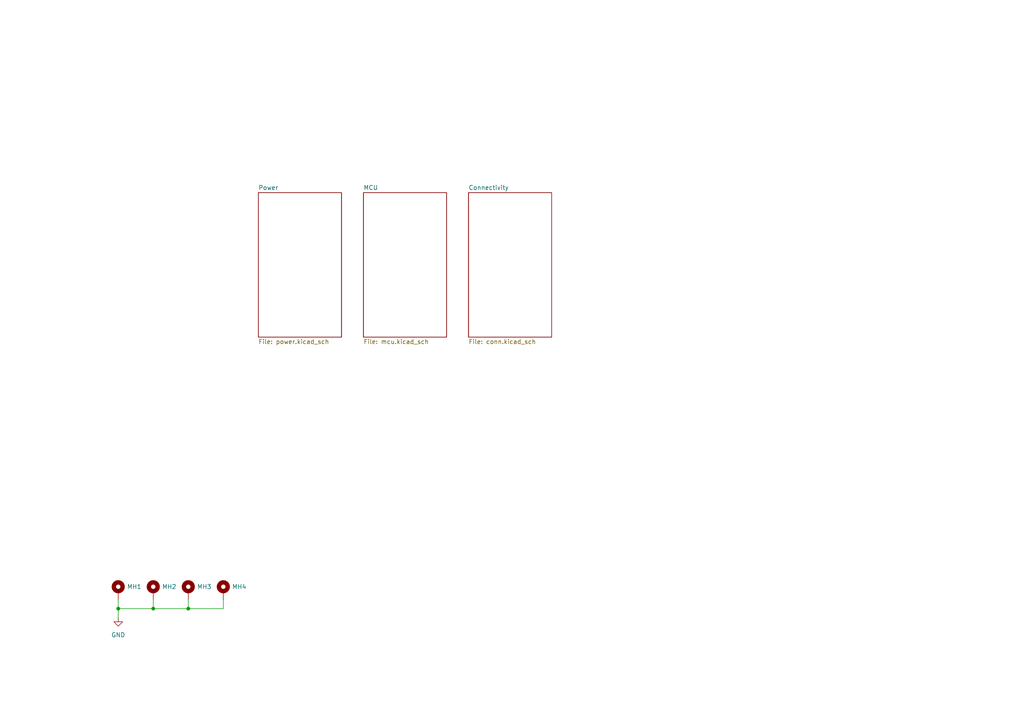
<source format=kicad_sch>
(kicad_sch (version 20250114) (generator "eeschema") (generator_version "9.0")
  (paper "A4")
  (lib_symbols
    (symbol "Mechanical:MountingHole_Pad" (pin_numbers (hide yes)) (pin_names (offset 1.016) (hide yes)) (in_bom no)
      (property "Reference" "H" (at 0 6.35 0))
      (property "Value" "MountingHole_Pad" (at 0 4.445 0))
      (symbol "MountingHole_Pad_0_1"
        (circle (center 0 1.27) (radius 1.27) (stroke (width 1.27)))
      )
      (symbol "MountingHole_Pad_1_1"
        (pin input line (at 0 -2.54 90) (length 2.54) (name "1") (number "1"))
      )
    )
    (symbol "power:GND" (power) (pin_numbers (hide yes)) (pin_names (offset 0) (hide yes))
      (property "Value" "GND" (at 0 -3.81 0))
      (symbol "GND_0_1"
        (polyline (pts (xy 0 0) (xy 0 -1.27) (xy 1.27 -1.27) (xy 0 -2.54) (xy -1.27 -1.27) (xy 0 -1.27)))
      )
      (symbol "GND_1_1"
        (pin power_in line (at 0 0 270) (length 0) (name "~") (number "1"))
      )
    )
  )
  (junction (at 54.61 176.53))
  (junction (at 44.45 176.53))
  (junction (at 34.29 176.53))
  (wire (pts (xy 34.29 173.99) (xy 34.29 176.53)))
  (wire (pts (xy 54.61 173.99) (xy 54.61 176.53)))
  (wire (pts (xy 64.77 176.53) (xy 54.61 176.53)))
  (wire (pts (xy 34.29 176.53) (xy 34.29 179.07)))
  (wire (pts (xy 64.77 173.99) (xy 64.77 176.53)))
  (wire (pts (xy 34.29 176.53) (xy 44.45 176.53)))
  (wire (pts (xy 44.45 173.99) (xy 44.45 176.53)))
  (wire (pts (xy 54.61 176.53) (xy 44.45 176.53)))
  (symbol (lib_id "Mechanical:MountingHole_Pad") (at 44.45 171.45 0) (unit 1) (in_bom no)
    (property "Reference" "MH2" (at 46.99 170.18 0) (effects (justify left)))
    (property "Value" "MountingHole_Pad" (effects (hide yes)))
    (property "Footprint" "MountingHole:MountingHole_2.7mm_Pad_Via" (effects (hide yes)))
    (property "Description" "Mounting Hole with connection" (effects (hide yes)))
  )
  (symbol (lib_id "Mechanical:MountingHole_Pad") (at 54.61 171.45 0) (unit 1) (in_bom no)
    (property "Reference" "MH3" (at 57.15 170.18 0) (effects (justify left)))
    (property "Value" "MountingHole_Pad" (effects (hide yes)))
    (property "Footprint" "MountingHole:MountingHole_2.7mm_Pad_Via" (effects (hide yes)))
    (property "Description" "Mounting Hole with connection" (effects (hide yes)))
  )
  (symbol (lib_id "power:GND") (at 34.29 179.07 0) (unit 1)
    (property "Reference" "#PWR0101" (effects (hide yes)))
    (property "Value" "GND" (at 34.29 184.15 0))
    (property "Description" "Power symbol creates a global label with name \"GND\" , ground" (effects (hide yes)))
  )
  (symbol (lib_id "Mechanical:MountingHole_Pad") (at 34.29 171.45 0) (unit 1) (in_bom no)
    (property "Reference" "MH1" (at 36.83 170.18 0) (effects (justify left)))
    (property "Value" "MountingHole_Pad" (effects (hide yes)))
    (property "Footprint" "MountingHole:MountingHole_2.7mm_Pad_Via" (effects (hide yes)))
    (property "Description" "Mounting Hole with connection" (effects (hide yes)))
  )
  (symbol (lib_id "Mechanical:MountingHole_Pad") (at 64.77 171.45 0) (unit 1) (in_bom no)
    (property "Reference" "MH4" (at 67.31 170.18 0) (effects (justify left)))
    (property "Value" "MountingHole_Pad" (effects (hide yes)))
    (property "Footprint" "MountingHole:MountingHole_2.7mm_Pad_Via" (effects (hide yes)))
    (property "Description" "Mounting Hole with connection" (effects (hide yes)))
  )
  (sheet (at 105.41 55.88) (size 24.13 41.91) (stroke (width 0.1524))
    (property "Sheetname" "MCU" (at 105.41 55.1684 0) (effects (justify left bottom)))
    (property "Sheetfile" "mcu.kicad_sch" (at 105.41 98.3746 0) (effects (justify left top)))
  )
  (sheet (at 135.89 55.88) (size 24.13 41.91) (stroke (width 0.1524))
    (property "Sheetname" "Connectivity" (at 135.89 55.1684 0) (effects (justify left bottom)))
    (property "Sheetfile" "conn.kicad_sch" (at 135.89 98.3746 0) (effects (justify left top)))
  )
  (sheet (at 74.93 55.88) (size 24.13 41.91) (stroke (width 0.1524))
    (property "Sheetname" "Power" (at 74.93 55.1684 0) (effects (justify left bottom)))
    (property "Sheetfile" "power.kicad_sch" (at 74.93 98.3746 0) (effects (justify left top)))
  )
)
</source>
